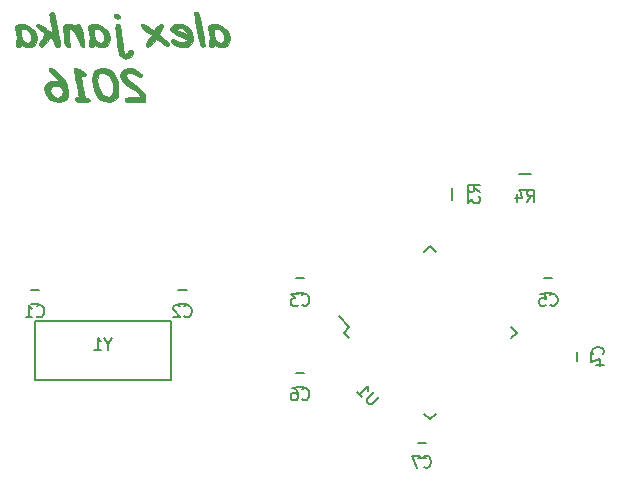
<source format=gbr>
G04 #@! TF.FileFunction,Legend,Bot*
%FSLAX46Y46*%
G04 Gerber Fmt 4.6, Leading zero omitted, Abs format (unit mm)*
G04 Created by KiCad (PCBNEW 4.0.2-stable) date 4/25/2016 1:55:35 PM*
%MOMM*%
G01*
G04 APERTURE LIST*
%ADD10C,0.100000*%
%ADD11C,0.150000*%
%ADD12C,0.010000*%
G04 APERTURE END LIST*
D10*
D11*
X65180509Y-105569491D02*
X65880509Y-105569491D01*
X65880509Y-104369491D02*
X65180509Y-104369491D01*
X77680509Y-105569491D02*
X78380509Y-105569491D01*
X78380509Y-104369491D02*
X77680509Y-104369491D01*
X87650000Y-104600000D02*
X88350000Y-104600000D01*
X88350000Y-103400000D02*
X87650000Y-103400000D01*
X112600000Y-110350000D02*
X112600000Y-109650000D01*
X111400000Y-109650000D02*
X111400000Y-110350000D01*
X108650000Y-104600000D02*
X109350000Y-104600000D01*
X109350000Y-103400000D02*
X108650000Y-103400000D01*
X87650000Y-112600000D02*
X88350000Y-112600000D01*
X88350000Y-111400000D02*
X87650000Y-111400000D01*
X98630509Y-117369491D02*
X97930509Y-117369491D01*
X97930509Y-118569491D02*
X98630509Y-118569491D01*
X100825000Y-95750000D02*
X100825000Y-96750000D01*
X102175000Y-96750000D02*
X102175000Y-95750000D01*
X91681445Y-108000000D02*
X92158742Y-107522703D01*
X99000000Y-115318555D02*
X99477297Y-114841258D01*
X106318555Y-108000000D02*
X105841258Y-108477297D01*
X99000000Y-100681445D02*
X98522703Y-101158742D01*
X91681445Y-108000000D02*
X92158742Y-108477297D01*
X99000000Y-100681445D02*
X99477297Y-101158742D01*
X106318555Y-108000000D02*
X105841258Y-107522703D01*
X99000000Y-115318555D02*
X98522703Y-114841258D01*
X92158742Y-107522703D02*
X91257181Y-106621142D01*
X71280509Y-111969491D02*
X77030509Y-111969491D01*
X77030509Y-111969491D02*
X77030509Y-106969491D01*
X77030509Y-106969491D02*
X65530509Y-106969491D01*
X65530509Y-106969491D02*
X65530509Y-111969491D01*
X65530509Y-111969491D02*
X71280509Y-111969491D01*
D12*
G36*
X73146322Y-85625011D02*
X72905734Y-85795197D01*
X72784801Y-86045159D01*
X72776825Y-86136956D01*
X72857529Y-86475501D01*
X73100575Y-86816543D01*
X73508771Y-87163589D01*
X73701369Y-87293676D01*
X74087245Y-87565582D01*
X74345719Y-87802183D01*
X74463831Y-87991012D01*
X74469983Y-88033092D01*
X74392175Y-88045684D01*
X74185739Y-88055085D01*
X73891375Y-88059638D01*
X73813816Y-88059825D01*
X73482682Y-88063236D01*
X73284393Y-88080245D01*
X73182497Y-88121012D01*
X73140542Y-88195701D01*
X73130454Y-88250325D01*
X73124950Y-88334855D01*
X73156681Y-88389752D01*
X73254772Y-88421407D01*
X73448347Y-88436216D01*
X73766532Y-88440569D01*
X73998287Y-88440825D01*
X74893175Y-88440825D01*
X74892859Y-88165658D01*
X74826462Y-87824435D01*
X74620821Y-87497238D01*
X74265042Y-87169921D01*
X73965417Y-86961449D01*
X73574002Y-86674947D01*
X73346698Y-86421671D01*
X73282002Y-86199544D01*
X73323868Y-86074970D01*
X73460128Y-85997487D01*
X73679037Y-86000094D01*
X73917978Y-86075869D01*
X74046509Y-86154825D01*
X74272276Y-86287714D01*
X74458568Y-86323862D01*
X74572143Y-86269591D01*
X74579757Y-86131225D01*
X74548699Y-86059302D01*
X74382017Y-85884718D01*
X74107239Y-85724956D01*
X73785081Y-85608083D01*
X73476263Y-85562164D01*
X73473180Y-85562158D01*
X73146322Y-85625011D01*
X73146322Y-85625011D01*
G37*
X73146322Y-85625011D02*
X72905734Y-85795197D01*
X72784801Y-86045159D01*
X72776825Y-86136956D01*
X72857529Y-86475501D01*
X73100575Y-86816543D01*
X73508771Y-87163589D01*
X73701369Y-87293676D01*
X74087245Y-87565582D01*
X74345719Y-87802183D01*
X74463831Y-87991012D01*
X74469983Y-88033092D01*
X74392175Y-88045684D01*
X74185739Y-88055085D01*
X73891375Y-88059638D01*
X73813816Y-88059825D01*
X73482682Y-88063236D01*
X73284393Y-88080245D01*
X73182497Y-88121012D01*
X73140542Y-88195701D01*
X73130454Y-88250325D01*
X73124950Y-88334855D01*
X73156681Y-88389752D01*
X73254772Y-88421407D01*
X73448347Y-88436216D01*
X73766532Y-88440569D01*
X73998287Y-88440825D01*
X74893175Y-88440825D01*
X74892859Y-88165658D01*
X74826462Y-87824435D01*
X74620821Y-87497238D01*
X74265042Y-87169921D01*
X73965417Y-86961449D01*
X73574002Y-86674947D01*
X73346698Y-86421671D01*
X73282002Y-86199544D01*
X73323868Y-86074970D01*
X73460128Y-85997487D01*
X73679037Y-86000094D01*
X73917978Y-86075869D01*
X74046509Y-86154825D01*
X74272276Y-86287714D01*
X74458568Y-86323862D01*
X74572143Y-86269591D01*
X74579757Y-86131225D01*
X74548699Y-86059302D01*
X74382017Y-85884718D01*
X74107239Y-85724956D01*
X73785081Y-85608083D01*
X73476263Y-85562164D01*
X73473180Y-85562158D01*
X73146322Y-85625011D01*
G36*
X70841861Y-85628485D02*
X70572694Y-85822702D01*
X70413908Y-86137665D01*
X70369608Y-86566231D01*
X70414354Y-86959899D01*
X70547071Y-87444556D01*
X70742320Y-87861682D01*
X70978826Y-88171264D01*
X71115900Y-88279448D01*
X71453205Y-88412685D01*
X71821366Y-88445126D01*
X72161683Y-88378896D01*
X72399357Y-88233006D01*
X72509239Y-88102800D01*
X72572110Y-87953825D01*
X72600558Y-87735796D01*
X72607175Y-87402963D01*
X72597916Y-87305528D01*
X72183348Y-87305528D01*
X72157319Y-87611282D01*
X72086979Y-87835105D01*
X72050795Y-87884444D01*
X71819542Y-88009604D01*
X71552781Y-87991961D01*
X71294728Y-87838098D01*
X71220956Y-87760862D01*
X71018551Y-87433131D01*
X70884345Y-87041157D01*
X70828950Y-86641178D01*
X70862979Y-86289430D01*
X70916821Y-86149258D01*
X71074746Y-86000707D01*
X71295290Y-85976041D01*
X71544825Y-86059825D01*
X71789722Y-86236624D01*
X71996354Y-86491001D01*
X72093789Y-86689503D01*
X72162894Y-86978163D01*
X72183348Y-87305528D01*
X72597916Y-87305528D01*
X72550321Y-86804726D01*
X72385810Y-86309980D01*
X72122725Y-85930753D01*
X71770147Y-85679072D01*
X71337158Y-85566966D01*
X71217306Y-85562158D01*
X70841861Y-85628485D01*
X70841861Y-85628485D01*
G37*
X70841861Y-85628485D02*
X70572694Y-85822702D01*
X70413908Y-86137665D01*
X70369608Y-86566231D01*
X70414354Y-86959899D01*
X70547071Y-87444556D01*
X70742320Y-87861682D01*
X70978826Y-88171264D01*
X71115900Y-88279448D01*
X71453205Y-88412685D01*
X71821366Y-88445126D01*
X72161683Y-88378896D01*
X72399357Y-88233006D01*
X72509239Y-88102800D01*
X72572110Y-87953825D01*
X72600558Y-87735796D01*
X72607175Y-87402963D01*
X72597916Y-87305528D01*
X72183348Y-87305528D01*
X72157319Y-87611282D01*
X72086979Y-87835105D01*
X72050795Y-87884444D01*
X71819542Y-88009604D01*
X71552781Y-87991961D01*
X71294728Y-87838098D01*
X71220956Y-87760862D01*
X71018551Y-87433131D01*
X70884345Y-87041157D01*
X70828950Y-86641178D01*
X70862979Y-86289430D01*
X70916821Y-86149258D01*
X71074746Y-86000707D01*
X71295290Y-85976041D01*
X71544825Y-86059825D01*
X71789722Y-86236624D01*
X71996354Y-86491001D01*
X72093789Y-86689503D01*
X72162894Y-86978163D01*
X72183348Y-87305528D01*
X72597916Y-87305528D01*
X72550321Y-86804726D01*
X72385810Y-86309980D01*
X72122725Y-85930753D01*
X71770147Y-85679072D01*
X71337158Y-85566966D01*
X71217306Y-85562158D01*
X70841861Y-85628485D01*
G36*
X68854723Y-85581179D02*
X68818716Y-85669646D01*
X68841891Y-85874666D01*
X68842726Y-85879658D01*
X68893717Y-86141688D01*
X68968269Y-86477980D01*
X69022893Y-86705158D01*
X69113570Y-87101158D01*
X69182093Y-87465045D01*
X69224292Y-87765551D01*
X69235996Y-87971408D01*
X69213034Y-88051348D01*
X69202072Y-88048430D01*
X69080210Y-88052632D01*
X68969405Y-88155092D01*
X68931212Y-88292440D01*
X68938267Y-88320015D01*
X69014741Y-88387129D01*
X69198584Y-88425607D01*
X69517035Y-88440299D01*
X69616775Y-88440825D01*
X69940543Y-88436381D01*
X70127739Y-88417713D01*
X70211013Y-88376810D01*
X70223010Y-88305667D01*
X70220826Y-88292658D01*
X70119958Y-88166701D01*
X69970522Y-88118656D01*
X69861967Y-88094948D01*
X69785962Y-88031728D01*
X69726709Y-87895482D01*
X69668410Y-87652692D01*
X69611365Y-87356656D01*
X69543809Y-87002644D01*
X69482348Y-86696593D01*
X69437175Y-86488732D01*
X69426808Y-86447407D01*
X69420223Y-86321791D01*
X69525045Y-86279625D01*
X69609090Y-86278074D01*
X69789748Y-86248665D01*
X69873047Y-86183249D01*
X69828659Y-86081433D01*
X69677224Y-85938034D01*
X69464489Y-85784466D01*
X69236200Y-85652142D01*
X69038101Y-85572476D01*
X68968584Y-85562158D01*
X68854723Y-85581179D01*
X68854723Y-85581179D01*
G37*
X68854723Y-85581179D02*
X68818716Y-85669646D01*
X68841891Y-85874666D01*
X68842726Y-85879658D01*
X68893717Y-86141688D01*
X68968269Y-86477980D01*
X69022893Y-86705158D01*
X69113570Y-87101158D01*
X69182093Y-87465045D01*
X69224292Y-87765551D01*
X69235996Y-87971408D01*
X69213034Y-88051348D01*
X69202072Y-88048430D01*
X69080210Y-88052632D01*
X68969405Y-88155092D01*
X68931212Y-88292440D01*
X68938267Y-88320015D01*
X69014741Y-88387129D01*
X69198584Y-88425607D01*
X69517035Y-88440299D01*
X69616775Y-88440825D01*
X69940543Y-88436381D01*
X70127739Y-88417713D01*
X70211013Y-88376810D01*
X70223010Y-88305667D01*
X70220826Y-88292658D01*
X70119958Y-88166701D01*
X69970522Y-88118656D01*
X69861967Y-88094948D01*
X69785962Y-88031728D01*
X69726709Y-87895482D01*
X69668410Y-87652692D01*
X69611365Y-87356656D01*
X69543809Y-87002644D01*
X69482348Y-86696593D01*
X69437175Y-86488732D01*
X69426808Y-86447407D01*
X69420223Y-86321791D01*
X69525045Y-86279625D01*
X69609090Y-86278074D01*
X69789748Y-86248665D01*
X69873047Y-86183249D01*
X69828659Y-86081433D01*
X69677224Y-85938034D01*
X69464489Y-85784466D01*
X69236200Y-85652142D01*
X69038101Y-85572476D01*
X68968584Y-85562158D01*
X68854723Y-85581179D01*
G36*
X66703860Y-85609317D02*
X66690452Y-85733769D01*
X66794014Y-85909971D01*
X67005763Y-86112385D01*
X67041701Y-86139983D01*
X67266339Y-86322634D01*
X67439996Y-86489336D01*
X67495018Y-86557886D01*
X67533648Y-86644683D01*
X67483975Y-86682886D01*
X67313713Y-86684618D01*
X67180209Y-86676093D01*
X66906802Y-86672831D01*
X66724638Y-86727029D01*
X66559313Y-86860992D01*
X66557559Y-86862744D01*
X66403672Y-87081063D01*
X66341842Y-87302347D01*
X66410798Y-87649453D01*
X66590126Y-87990109D01*
X66838519Y-88249929D01*
X66885399Y-88281170D01*
X67201033Y-88403394D01*
X67562383Y-88440211D01*
X67902711Y-88391748D01*
X68131629Y-88278807D01*
X68248047Y-88158057D01*
X68307409Y-88002501D01*
X68326279Y-87756291D01*
X68326228Y-87622641D01*
X68325786Y-87619191D01*
X67884312Y-87619191D01*
X67835092Y-87856842D01*
X67735903Y-87987777D01*
X67483633Y-88093865D01*
X67234630Y-88034110D01*
X67057660Y-87894340D01*
X66913749Y-87682171D01*
X66851752Y-87448262D01*
X66877002Y-87247235D01*
X66983767Y-87137550D01*
X67258998Y-87088046D01*
X67547258Y-87117218D01*
X67727795Y-87194610D01*
X67848285Y-87372917D01*
X67884312Y-87619191D01*
X68325786Y-87619191D01*
X68256961Y-87082256D01*
X68140625Y-86781629D01*
X67985065Y-86546521D01*
X67758598Y-86280310D01*
X67496216Y-86015883D01*
X67232913Y-85786125D01*
X67003681Y-85623922D01*
X66843514Y-85562159D01*
X66843019Y-85562158D01*
X66703860Y-85609317D01*
X66703860Y-85609317D01*
G37*
X66703860Y-85609317D02*
X66690452Y-85733769D01*
X66794014Y-85909971D01*
X67005763Y-86112385D01*
X67041701Y-86139983D01*
X67266339Y-86322634D01*
X67439996Y-86489336D01*
X67495018Y-86557886D01*
X67533648Y-86644683D01*
X67483975Y-86682886D01*
X67313713Y-86684618D01*
X67180209Y-86676093D01*
X66906802Y-86672831D01*
X66724638Y-86727029D01*
X66559313Y-86860992D01*
X66557559Y-86862744D01*
X66403672Y-87081063D01*
X66341842Y-87302347D01*
X66410798Y-87649453D01*
X66590126Y-87990109D01*
X66838519Y-88249929D01*
X66885399Y-88281170D01*
X67201033Y-88403394D01*
X67562383Y-88440211D01*
X67902711Y-88391748D01*
X68131629Y-88278807D01*
X68248047Y-88158057D01*
X68307409Y-88002501D01*
X68326279Y-87756291D01*
X68326228Y-87622641D01*
X68325786Y-87619191D01*
X67884312Y-87619191D01*
X67835092Y-87856842D01*
X67735903Y-87987777D01*
X67483633Y-88093865D01*
X67234630Y-88034110D01*
X67057660Y-87894340D01*
X66913749Y-87682171D01*
X66851752Y-87448262D01*
X66877002Y-87247235D01*
X66983767Y-87137550D01*
X67258998Y-87088046D01*
X67547258Y-87117218D01*
X67727795Y-87194610D01*
X67848285Y-87372917D01*
X67884312Y-87619191D01*
X68325786Y-87619191D01*
X68256961Y-87082256D01*
X68140625Y-86781629D01*
X67985065Y-86546521D01*
X67758598Y-86280310D01*
X67496216Y-86015883D01*
X67232913Y-85786125D01*
X67003681Y-85623922D01*
X66843514Y-85562159D01*
X66843019Y-85562158D01*
X66703860Y-85609317D01*
G36*
X72407289Y-81868706D02*
X72361593Y-81993739D01*
X72355929Y-82154325D01*
X72370441Y-82451371D01*
X72405770Y-82828753D01*
X72455930Y-83244407D01*
X72514933Y-83656270D01*
X72576790Y-84022278D01*
X72635514Y-84300368D01*
X72681648Y-84442443D01*
X72886074Y-84673998D01*
X73157136Y-84787028D01*
X73443953Y-84773161D01*
X73695644Y-84624026D01*
X73707872Y-84611287D01*
X73837245Y-84399908D01*
X73844579Y-84207559D01*
X73734393Y-84078983D01*
X73651614Y-84054389D01*
X73479474Y-84092354D01*
X73413075Y-84202555D01*
X73311231Y-84343807D01*
X73171668Y-84371877D01*
X73077193Y-84299197D01*
X73050840Y-84189831D01*
X73013023Y-83946211D01*
X72968486Y-83602638D01*
X72921974Y-83193413D01*
X72914759Y-83125028D01*
X72867451Y-82706460D01*
X72819949Y-82346111D01*
X72777357Y-82079023D01*
X72744778Y-81940234D01*
X72741076Y-81932656D01*
X72615204Y-81851951D01*
X72517512Y-81836825D01*
X72407289Y-81868706D01*
X72407289Y-81868706D01*
G37*
X72407289Y-81868706D02*
X72361593Y-81993739D01*
X72355929Y-82154325D01*
X72370441Y-82451371D01*
X72405770Y-82828753D01*
X72455930Y-83244407D01*
X72514933Y-83656270D01*
X72576790Y-84022278D01*
X72635514Y-84300368D01*
X72681648Y-84442443D01*
X72886074Y-84673998D01*
X73157136Y-84787028D01*
X73443953Y-84773161D01*
X73695644Y-84624026D01*
X73707872Y-84611287D01*
X73837245Y-84399908D01*
X73844579Y-84207559D01*
X73734393Y-84078983D01*
X73651614Y-84054389D01*
X73479474Y-84092354D01*
X73413075Y-84202555D01*
X73311231Y-84343807D01*
X73171668Y-84371877D01*
X73077193Y-84299197D01*
X73050840Y-84189831D01*
X73013023Y-83946211D01*
X72968486Y-83602638D01*
X72921974Y-83193413D01*
X72914759Y-83125028D01*
X72867451Y-82706460D01*
X72819949Y-82346111D01*
X72777357Y-82079023D01*
X72744778Y-81940234D01*
X72741076Y-81932656D01*
X72615204Y-81851951D01*
X72517512Y-81836825D01*
X72407289Y-81868706D01*
G36*
X80525260Y-81840681D02*
X80282086Y-81944158D01*
X80205495Y-82016249D01*
X80176877Y-82114886D01*
X80194598Y-82285438D01*
X80257025Y-82573278D01*
X80259112Y-82582232D01*
X80332652Y-83027048D01*
X80314791Y-83348137D01*
X80307503Y-83375953D01*
X80267761Y-83579351D01*
X80275525Y-83709019D01*
X80276959Y-83711545D01*
X80398444Y-83775949D01*
X80571164Y-83770601D01*
X80692984Y-83699262D01*
X80805431Y-83660424D01*
X80904081Y-83699262D01*
X81178887Y-83779647D01*
X81489315Y-83776158D01*
X81762927Y-83695680D01*
X81886220Y-83605900D01*
X82007291Y-83362247D01*
X82040871Y-83040943D01*
X82037624Y-83020393D01*
X81571871Y-83020393D01*
X81537549Y-83236941D01*
X81428691Y-83390915D01*
X81262273Y-83453275D01*
X81055269Y-83394981D01*
X80904509Y-83276158D01*
X80766628Y-83032346D01*
X80722475Y-82768158D01*
X80712272Y-82524541D01*
X80702980Y-82347300D01*
X80701309Y-82323658D01*
X80751699Y-82238214D01*
X80894611Y-82239342D01*
X81085709Y-82313893D01*
X81280658Y-82448720D01*
X81349009Y-82515733D01*
X81514683Y-82770310D01*
X81571871Y-83020393D01*
X82037624Y-83020393D01*
X81988339Y-82708476D01*
X81862158Y-82445840D01*
X81574066Y-82153085D01*
X81227828Y-81945943D01*
X80864529Y-81837460D01*
X80525260Y-81840681D01*
X80525260Y-81840681D01*
G37*
X80525260Y-81840681D02*
X80282086Y-81944158D01*
X80205495Y-82016249D01*
X80176877Y-82114886D01*
X80194598Y-82285438D01*
X80257025Y-82573278D01*
X80259112Y-82582232D01*
X80332652Y-83027048D01*
X80314791Y-83348137D01*
X80307503Y-83375953D01*
X80267761Y-83579351D01*
X80275525Y-83709019D01*
X80276959Y-83711545D01*
X80398444Y-83775949D01*
X80571164Y-83770601D01*
X80692984Y-83699262D01*
X80805431Y-83660424D01*
X80904081Y-83699262D01*
X81178887Y-83779647D01*
X81489315Y-83776158D01*
X81762927Y-83695680D01*
X81886220Y-83605900D01*
X82007291Y-83362247D01*
X82040871Y-83040943D01*
X82037624Y-83020393D01*
X81571871Y-83020393D01*
X81537549Y-83236941D01*
X81428691Y-83390915D01*
X81262273Y-83453275D01*
X81055269Y-83394981D01*
X80904509Y-83276158D01*
X80766628Y-83032346D01*
X80722475Y-82768158D01*
X80712272Y-82524541D01*
X80702980Y-82347300D01*
X80701309Y-82323658D01*
X80751699Y-82238214D01*
X80894611Y-82239342D01*
X81085709Y-82313893D01*
X81280658Y-82448720D01*
X81349009Y-82515733D01*
X81514683Y-82770310D01*
X81571871Y-83020393D01*
X82037624Y-83020393D01*
X81988339Y-82708476D01*
X81862158Y-82445840D01*
X81574066Y-82153085D01*
X81227828Y-81945943D01*
X80864529Y-81837460D01*
X80525260Y-81840681D01*
G36*
X79097925Y-80843608D02*
X79039181Y-80876384D01*
X79031510Y-80979341D01*
X79054125Y-81219215D01*
X79103079Y-81567086D01*
X79174428Y-81994032D01*
X79239506Y-82344825D01*
X79340764Y-82860411D01*
X79419804Y-83232850D01*
X79484099Y-83485703D01*
X79541123Y-83642531D01*
X79598349Y-83726898D01*
X79663251Y-83762365D01*
X79690852Y-83767833D01*
X79852826Y-83761097D01*
X79913170Y-83725500D01*
X79911411Y-83623510D01*
X79880828Y-83384390D01*
X79825908Y-83037034D01*
X79751139Y-82610336D01*
X79685731Y-82260818D01*
X79582086Y-81734857D01*
X79499366Y-81353732D01*
X79430975Y-81095196D01*
X79370322Y-80937000D01*
X79310813Y-80856898D01*
X79263088Y-80834711D01*
X79097925Y-80843608D01*
X79097925Y-80843608D01*
G37*
X79097925Y-80843608D02*
X79039181Y-80876384D01*
X79031510Y-80979341D01*
X79054125Y-81219215D01*
X79103079Y-81567086D01*
X79174428Y-81994032D01*
X79239506Y-82344825D01*
X79340764Y-82860411D01*
X79419804Y-83232850D01*
X79484099Y-83485703D01*
X79541123Y-83642531D01*
X79598349Y-83726898D01*
X79663251Y-83762365D01*
X79690852Y-83767833D01*
X79852826Y-83761097D01*
X79913170Y-83725500D01*
X79911411Y-83623510D01*
X79880828Y-83384390D01*
X79825908Y-83037034D01*
X79751139Y-82610336D01*
X79685731Y-82260818D01*
X79582086Y-81734857D01*
X79499366Y-81353732D01*
X79430975Y-81095196D01*
X79370322Y-80937000D01*
X79310813Y-80856898D01*
X79263088Y-80834711D01*
X79097925Y-80843608D01*
G36*
X77439347Y-81866038D02*
X77226928Y-81963785D01*
X77179175Y-82006158D01*
X77055439Y-82150900D01*
X77009842Y-82241319D01*
X77090772Y-82429635D01*
X77322699Y-82631349D01*
X77689328Y-82833638D01*
X77853000Y-82904892D01*
X78133025Y-83030650D01*
X78334833Y-83142300D01*
X78421971Y-83219124D01*
X78422415Y-83228533D01*
X78330668Y-83310702D01*
X78168109Y-83383958D01*
X77970103Y-83411844D01*
X77737093Y-83354031D01*
X77553246Y-83272804D01*
X77279906Y-83161603D01*
X77117718Y-83150544D01*
X77076946Y-83175187D01*
X77019819Y-83319363D01*
X77102909Y-83467884D01*
X77298385Y-83604279D01*
X77578414Y-83712079D01*
X77915164Y-83774813D01*
X78105986Y-83784158D01*
X78404632Y-83765071D01*
X78606069Y-83692883D01*
X78749357Y-83576340D01*
X78914434Y-83323034D01*
X78942111Y-83016523D01*
X78848251Y-82686697D01*
X78449175Y-82686697D01*
X78380557Y-82700276D01*
X78202433Y-82651846D01*
X77956401Y-82555830D01*
X77684059Y-82426650D01*
X77654570Y-82411189D01*
X77550539Y-82332860D01*
X77596347Y-82262805D01*
X77612237Y-82252354D01*
X77774811Y-82184572D01*
X77828846Y-82176788D01*
X77953874Y-82227550D01*
X78132421Y-82351520D01*
X78309018Y-82503104D01*
X78428194Y-82636704D01*
X78449175Y-82686697D01*
X78848251Y-82686697D01*
X78833413Y-82634556D01*
X78796619Y-82549836D01*
X78560954Y-82168039D01*
X78260088Y-81936063D01*
X77874987Y-81840811D01*
X77760424Y-81836825D01*
X77439347Y-81866038D01*
X77439347Y-81866038D01*
G37*
X77439347Y-81866038D02*
X77226928Y-81963785D01*
X77179175Y-82006158D01*
X77055439Y-82150900D01*
X77009842Y-82241319D01*
X77090772Y-82429635D01*
X77322699Y-82631349D01*
X77689328Y-82833638D01*
X77853000Y-82904892D01*
X78133025Y-83030650D01*
X78334833Y-83142300D01*
X78421971Y-83219124D01*
X78422415Y-83228533D01*
X78330668Y-83310702D01*
X78168109Y-83383958D01*
X77970103Y-83411844D01*
X77737093Y-83354031D01*
X77553246Y-83272804D01*
X77279906Y-83161603D01*
X77117718Y-83150544D01*
X77076946Y-83175187D01*
X77019819Y-83319363D01*
X77102909Y-83467884D01*
X77298385Y-83604279D01*
X77578414Y-83712079D01*
X77915164Y-83774813D01*
X78105986Y-83784158D01*
X78404632Y-83765071D01*
X78606069Y-83692883D01*
X78749357Y-83576340D01*
X78914434Y-83323034D01*
X78942111Y-83016523D01*
X78848251Y-82686697D01*
X78449175Y-82686697D01*
X78380557Y-82700276D01*
X78202433Y-82651846D01*
X77956401Y-82555830D01*
X77684059Y-82426650D01*
X77654570Y-82411189D01*
X77550539Y-82332860D01*
X77596347Y-82262805D01*
X77612237Y-82252354D01*
X77774811Y-82184572D01*
X77828846Y-82176788D01*
X77953874Y-82227550D01*
X78132421Y-82351520D01*
X78309018Y-82503104D01*
X78428194Y-82636704D01*
X78449175Y-82686697D01*
X78848251Y-82686697D01*
X78833413Y-82634556D01*
X78796619Y-82549836D01*
X78560954Y-82168039D01*
X78260088Y-81936063D01*
X77874987Y-81840811D01*
X77760424Y-81836825D01*
X77439347Y-81866038D01*
G36*
X74532944Y-81896629D02*
X74503658Y-81935273D01*
X74525336Y-82056213D01*
X74685529Y-82246109D01*
X74973612Y-82493723D01*
X75172973Y-82643400D01*
X75410188Y-82814976D01*
X75145576Y-83180262D01*
X75004498Y-83406956D01*
X74929073Y-83592973D01*
X74926746Y-83664853D01*
X75036868Y-83777564D01*
X75206897Y-83757289D01*
X75406609Y-83614394D01*
X75543281Y-83453399D01*
X75781034Y-83122640D01*
X76182689Y-83417482D01*
X76497396Y-83611876D01*
X76731476Y-83677446D01*
X76874876Y-83612218D01*
X76901629Y-83558582D01*
X76856232Y-83459500D01*
X76704407Y-83311075D01*
X76565109Y-83205894D01*
X76275455Y-82998408D01*
X76113545Y-82845746D01*
X76063964Y-82712292D01*
X76111297Y-82562432D01*
X76215076Y-82397225D01*
X76336158Y-82180064D01*
X76388806Y-82004340D01*
X76384390Y-81958176D01*
X76274353Y-81844095D01*
X76109899Y-81860431D01*
X75928613Y-81995437D01*
X75824509Y-82133158D01*
X75699824Y-82317896D01*
X75609545Y-82421435D01*
X75593490Y-82429491D01*
X75506839Y-82380105D01*
X75334184Y-82252875D01*
X75183980Y-82133158D01*
X74887378Y-81920782D01*
X74674770Y-81843220D01*
X74532944Y-81896629D01*
X74532944Y-81896629D01*
G37*
X74532944Y-81896629D02*
X74503658Y-81935273D01*
X74525336Y-82056213D01*
X74685529Y-82246109D01*
X74973612Y-82493723D01*
X75172973Y-82643400D01*
X75410188Y-82814976D01*
X75145576Y-83180262D01*
X75004498Y-83406956D01*
X74929073Y-83592973D01*
X74926746Y-83664853D01*
X75036868Y-83777564D01*
X75206897Y-83757289D01*
X75406609Y-83614394D01*
X75543281Y-83453399D01*
X75781034Y-83122640D01*
X76182689Y-83417482D01*
X76497396Y-83611876D01*
X76731476Y-83677446D01*
X76874876Y-83612218D01*
X76901629Y-83558582D01*
X76856232Y-83459500D01*
X76704407Y-83311075D01*
X76565109Y-83205894D01*
X76275455Y-82998408D01*
X76113545Y-82845746D01*
X76063964Y-82712292D01*
X76111297Y-82562432D01*
X76215076Y-82397225D01*
X76336158Y-82180064D01*
X76388806Y-82004340D01*
X76384390Y-81958176D01*
X76274353Y-81844095D01*
X76109899Y-81860431D01*
X75928613Y-81995437D01*
X75824509Y-82133158D01*
X75699824Y-82317896D01*
X75609545Y-82421435D01*
X75593490Y-82429491D01*
X75506839Y-82380105D01*
X75334184Y-82252875D01*
X75183980Y-82133158D01*
X74887378Y-81920782D01*
X74674770Y-81843220D01*
X74532944Y-81896629D01*
G36*
X70365260Y-81840681D02*
X70122086Y-81944158D01*
X70045495Y-82016249D01*
X70016877Y-82114886D01*
X70034598Y-82285438D01*
X70097025Y-82573278D01*
X70099112Y-82582232D01*
X70172652Y-83027048D01*
X70154791Y-83348137D01*
X70147503Y-83375953D01*
X70107761Y-83579351D01*
X70115525Y-83709019D01*
X70116959Y-83711545D01*
X70238444Y-83775949D01*
X70411164Y-83770601D01*
X70532984Y-83699262D01*
X70645431Y-83660424D01*
X70744081Y-83699262D01*
X71018887Y-83779647D01*
X71329315Y-83776158D01*
X71602927Y-83695680D01*
X71726220Y-83605900D01*
X71847291Y-83362247D01*
X71880871Y-83040943D01*
X71877624Y-83020393D01*
X71411871Y-83020393D01*
X71377549Y-83236941D01*
X71268691Y-83390915D01*
X71102273Y-83453275D01*
X70895269Y-83394981D01*
X70744509Y-83276158D01*
X70606628Y-83032346D01*
X70562475Y-82768158D01*
X70552272Y-82524541D01*
X70542980Y-82347300D01*
X70541309Y-82323658D01*
X70591699Y-82238214D01*
X70734611Y-82239342D01*
X70925709Y-82313893D01*
X71120658Y-82448720D01*
X71189009Y-82515733D01*
X71354683Y-82770310D01*
X71411871Y-83020393D01*
X71877624Y-83020393D01*
X71828339Y-82708476D01*
X71702158Y-82445840D01*
X71414066Y-82153085D01*
X71067828Y-81945943D01*
X70704529Y-81837460D01*
X70365260Y-81840681D01*
X70365260Y-81840681D01*
G37*
X70365260Y-81840681D02*
X70122086Y-81944158D01*
X70045495Y-82016249D01*
X70016877Y-82114886D01*
X70034598Y-82285438D01*
X70097025Y-82573278D01*
X70099112Y-82582232D01*
X70172652Y-83027048D01*
X70154791Y-83348137D01*
X70147503Y-83375953D01*
X70107761Y-83579351D01*
X70115525Y-83709019D01*
X70116959Y-83711545D01*
X70238444Y-83775949D01*
X70411164Y-83770601D01*
X70532984Y-83699262D01*
X70645431Y-83660424D01*
X70744081Y-83699262D01*
X71018887Y-83779647D01*
X71329315Y-83776158D01*
X71602927Y-83695680D01*
X71726220Y-83605900D01*
X71847291Y-83362247D01*
X71880871Y-83040943D01*
X71877624Y-83020393D01*
X71411871Y-83020393D01*
X71377549Y-83236941D01*
X71268691Y-83390915D01*
X71102273Y-83453275D01*
X70895269Y-83394981D01*
X70744509Y-83276158D01*
X70606628Y-83032346D01*
X70562475Y-82768158D01*
X70552272Y-82524541D01*
X70542980Y-82347300D01*
X70541309Y-82323658D01*
X70591699Y-82238214D01*
X70734611Y-82239342D01*
X70925709Y-82313893D01*
X71120658Y-82448720D01*
X71189009Y-82515733D01*
X71354683Y-82770310D01*
X71411871Y-83020393D01*
X71877624Y-83020393D01*
X71828339Y-82708476D01*
X71702158Y-82445840D01*
X71414066Y-82153085D01*
X71067828Y-81945943D01*
X70704529Y-81837460D01*
X70365260Y-81840681D01*
G36*
X68319595Y-81852528D02*
X68134904Y-81885248D01*
X68014495Y-81964557D01*
X67950913Y-82116918D01*
X67936700Y-82368795D01*
X67964402Y-82746653D01*
X67993762Y-83009011D01*
X68039270Y-83362994D01*
X68081693Y-83582515D01*
X68133982Y-83701684D01*
X68209083Y-83754611D01*
X68282862Y-83770612D01*
X68484947Y-83799400D01*
X68430318Y-83029779D01*
X68409449Y-82622931D01*
X68423132Y-82372545D01*
X68481719Y-82267490D01*
X68595562Y-82296632D01*
X68775011Y-82448839D01*
X68875999Y-82550463D01*
X69136139Y-82925983D01*
X69258452Y-83291296D01*
X69332039Y-83562556D01*
X69413587Y-83706855D01*
X69528878Y-83765628D01*
X69556643Y-83770534D01*
X69668943Y-83777410D01*
X69720513Y-83729300D01*
X69724296Y-83587324D01*
X69697544Y-83347201D01*
X69608128Y-82740323D01*
X69509106Y-82295158D01*
X69396815Y-82004188D01*
X69267595Y-81859899D01*
X69117785Y-81854774D01*
X69004775Y-81924867D01*
X68867172Y-81983333D01*
X68760751Y-81926395D01*
X68600427Y-81866678D01*
X68362882Y-81849892D01*
X68319595Y-81852528D01*
X68319595Y-81852528D01*
G37*
X68319595Y-81852528D02*
X68134904Y-81885248D01*
X68014495Y-81964557D01*
X67950913Y-82116918D01*
X67936700Y-82368795D01*
X67964402Y-82746653D01*
X67993762Y-83009011D01*
X68039270Y-83362994D01*
X68081693Y-83582515D01*
X68133982Y-83701684D01*
X68209083Y-83754611D01*
X68282862Y-83770612D01*
X68484947Y-83799400D01*
X68430318Y-83029779D01*
X68409449Y-82622931D01*
X68423132Y-82372545D01*
X68481719Y-82267490D01*
X68595562Y-82296632D01*
X68775011Y-82448839D01*
X68875999Y-82550463D01*
X69136139Y-82925983D01*
X69258452Y-83291296D01*
X69332039Y-83562556D01*
X69413587Y-83706855D01*
X69528878Y-83765628D01*
X69556643Y-83770534D01*
X69668943Y-83777410D01*
X69720513Y-83729300D01*
X69724296Y-83587324D01*
X69697544Y-83347201D01*
X69608128Y-82740323D01*
X69509106Y-82295158D01*
X69396815Y-82004188D01*
X69267595Y-81859899D01*
X69117785Y-81854774D01*
X69004775Y-81924867D01*
X68867172Y-81983333D01*
X68760751Y-81926395D01*
X68600427Y-81866678D01*
X68362882Y-81849892D01*
X68319595Y-81852528D01*
G36*
X66859542Y-80835771D02*
X66792298Y-80898034D01*
X66769289Y-81033745D01*
X66788531Y-81269041D01*
X66848039Y-81630053D01*
X66893260Y-81871032D01*
X66949747Y-82184963D01*
X66986542Y-82427027D01*
X66997605Y-82556033D01*
X66995204Y-82566352D01*
X66921342Y-82531045D01*
X66750727Y-82413713D01*
X66518406Y-82238641D01*
X66487711Y-82214644D01*
X66163539Y-81987543D01*
X65907062Y-81862842D01*
X65735300Y-81845810D01*
X65665271Y-81941714D01*
X65664509Y-81959835D01*
X65726233Y-82080025D01*
X65883838Y-82251172D01*
X66003175Y-82355005D01*
X66196272Y-82523656D01*
X66318904Y-82656660D01*
X66341842Y-82702153D01*
X66297787Y-82812648D01*
X66186905Y-83002399D01*
X66130175Y-83088637D01*
X65968622Y-83382340D01*
X65919317Y-83609322D01*
X65982907Y-83748470D01*
X66109009Y-83782478D01*
X66264767Y-83726087D01*
X66431056Y-83544377D01*
X66545370Y-83366563D01*
X66692060Y-83134413D01*
X66794373Y-83026973D01*
X66885411Y-83018388D01*
X66949705Y-83050743D01*
X67075372Y-83194535D01*
X67180532Y-83421719D01*
X67193941Y-83466658D01*
X67273519Y-83681202D01*
X67382179Y-83771289D01*
X67488106Y-83784158D01*
X67645656Y-83754988D01*
X67696509Y-83700144D01*
X67681278Y-83589360D01*
X67639642Y-83346524D01*
X67577687Y-83005773D01*
X67501496Y-82601244D01*
X67488986Y-82535978D01*
X67405446Y-82096864D01*
X67329367Y-81689191D01*
X67268903Y-81357155D01*
X67232207Y-81144949D01*
X67231150Y-81138324D01*
X67179456Y-80925978D01*
X67090626Y-80836087D01*
X66973006Y-80820824D01*
X66859542Y-80835771D01*
X66859542Y-80835771D01*
G37*
X66859542Y-80835771D02*
X66792298Y-80898034D01*
X66769289Y-81033745D01*
X66788531Y-81269041D01*
X66848039Y-81630053D01*
X66893260Y-81871032D01*
X66949747Y-82184963D01*
X66986542Y-82427027D01*
X66997605Y-82556033D01*
X66995204Y-82566352D01*
X66921342Y-82531045D01*
X66750727Y-82413713D01*
X66518406Y-82238641D01*
X66487711Y-82214644D01*
X66163539Y-81987543D01*
X65907062Y-81862842D01*
X65735300Y-81845810D01*
X65665271Y-81941714D01*
X65664509Y-81959835D01*
X65726233Y-82080025D01*
X65883838Y-82251172D01*
X66003175Y-82355005D01*
X66196272Y-82523656D01*
X66318904Y-82656660D01*
X66341842Y-82702153D01*
X66297787Y-82812648D01*
X66186905Y-83002399D01*
X66130175Y-83088637D01*
X65968622Y-83382340D01*
X65919317Y-83609322D01*
X65982907Y-83748470D01*
X66109009Y-83782478D01*
X66264767Y-83726087D01*
X66431056Y-83544377D01*
X66545370Y-83366563D01*
X66692060Y-83134413D01*
X66794373Y-83026973D01*
X66885411Y-83018388D01*
X66949705Y-83050743D01*
X67075372Y-83194535D01*
X67180532Y-83421719D01*
X67193941Y-83466658D01*
X67273519Y-83681202D01*
X67382179Y-83771289D01*
X67488106Y-83784158D01*
X67645656Y-83754988D01*
X67696509Y-83700144D01*
X67681278Y-83589360D01*
X67639642Y-83346524D01*
X67577687Y-83005773D01*
X67501496Y-82601244D01*
X67488986Y-82535978D01*
X67405446Y-82096864D01*
X67329367Y-81689191D01*
X67268903Y-81357155D01*
X67232207Y-81144949D01*
X67231150Y-81138324D01*
X67179456Y-80925978D01*
X67090626Y-80836087D01*
X66973006Y-80820824D01*
X66859542Y-80835771D01*
G36*
X64184593Y-81840681D02*
X63941419Y-81944158D01*
X63864829Y-82016249D01*
X63836211Y-82114886D01*
X63853932Y-82285438D01*
X63916358Y-82573278D01*
X63918445Y-82582232D01*
X63991985Y-83027048D01*
X63974125Y-83348137D01*
X63966837Y-83375953D01*
X63927095Y-83579351D01*
X63934858Y-83709019D01*
X63936292Y-83711545D01*
X64057777Y-83775949D01*
X64230497Y-83770601D01*
X64352317Y-83699262D01*
X64464764Y-83660424D01*
X64563414Y-83699262D01*
X64838221Y-83779647D01*
X65148649Y-83776158D01*
X65422260Y-83695680D01*
X65545553Y-83605900D01*
X65666624Y-83362247D01*
X65700204Y-83040943D01*
X65696958Y-83020393D01*
X65231205Y-83020393D01*
X65196883Y-83236941D01*
X65088025Y-83390915D01*
X64921606Y-83453275D01*
X64714602Y-83394981D01*
X64563842Y-83276158D01*
X64425961Y-83032346D01*
X64381809Y-82768158D01*
X64371605Y-82524541D01*
X64362313Y-82347300D01*
X64360642Y-82323658D01*
X64411033Y-82238214D01*
X64553945Y-82239342D01*
X64745043Y-82313893D01*
X64939991Y-82448720D01*
X65008342Y-82515733D01*
X65174016Y-82770310D01*
X65231205Y-83020393D01*
X65696958Y-83020393D01*
X65647673Y-82708476D01*
X65521491Y-82445840D01*
X65233400Y-82153085D01*
X64887161Y-81945943D01*
X64523863Y-81837460D01*
X64184593Y-81840681D01*
X64184593Y-81840681D01*
G37*
X64184593Y-81840681D02*
X63941419Y-81944158D01*
X63864829Y-82016249D01*
X63836211Y-82114886D01*
X63853932Y-82285438D01*
X63916358Y-82573278D01*
X63918445Y-82582232D01*
X63991985Y-83027048D01*
X63974125Y-83348137D01*
X63966837Y-83375953D01*
X63927095Y-83579351D01*
X63934858Y-83709019D01*
X63936292Y-83711545D01*
X64057777Y-83775949D01*
X64230497Y-83770601D01*
X64352317Y-83699262D01*
X64464764Y-83660424D01*
X64563414Y-83699262D01*
X64838221Y-83779647D01*
X65148649Y-83776158D01*
X65422260Y-83695680D01*
X65545553Y-83605900D01*
X65666624Y-83362247D01*
X65700204Y-83040943D01*
X65696958Y-83020393D01*
X65231205Y-83020393D01*
X65196883Y-83236941D01*
X65088025Y-83390915D01*
X64921606Y-83453275D01*
X64714602Y-83394981D01*
X64563842Y-83276158D01*
X64425961Y-83032346D01*
X64381809Y-82768158D01*
X64371605Y-82524541D01*
X64362313Y-82347300D01*
X64360642Y-82323658D01*
X64411033Y-82238214D01*
X64553945Y-82239342D01*
X64745043Y-82313893D01*
X64939991Y-82448720D01*
X65008342Y-82515733D01*
X65174016Y-82770310D01*
X65231205Y-83020393D01*
X65696958Y-83020393D01*
X65647673Y-82708476D01*
X65521491Y-82445840D01*
X65233400Y-82153085D01*
X64887161Y-81945943D01*
X64523863Y-81837460D01*
X64184593Y-81840681D01*
G36*
X72255468Y-81045915D02*
X72213334Y-81200014D01*
X72234959Y-81278851D01*
X72350158Y-81380041D01*
X72534113Y-81411622D01*
X72697768Y-81365378D01*
X72736468Y-81325116D01*
X72736428Y-81191850D01*
X72627749Y-81061739D01*
X72462288Y-80991920D01*
X72432472Y-80990158D01*
X72255468Y-81045915D01*
X72255468Y-81045915D01*
G37*
X72255468Y-81045915D02*
X72213334Y-81200014D01*
X72234959Y-81278851D01*
X72350158Y-81380041D01*
X72534113Y-81411622D01*
X72697768Y-81365378D01*
X72736468Y-81325116D01*
X72736428Y-81191850D01*
X72627749Y-81061739D01*
X72462288Y-80991920D01*
X72432472Y-80990158D01*
X72255468Y-81045915D01*
D11*
X107530509Y-94544491D02*
X106530509Y-94544491D01*
X106530509Y-95894491D02*
X107530509Y-95894491D01*
X65697175Y-106576634D02*
X65744794Y-106624253D01*
X65887651Y-106671872D01*
X65982889Y-106671872D01*
X66125747Y-106624253D01*
X66220985Y-106529015D01*
X66268604Y-106433777D01*
X66316223Y-106243301D01*
X66316223Y-106100443D01*
X66268604Y-105909967D01*
X66220985Y-105814729D01*
X66125747Y-105719491D01*
X65982889Y-105671872D01*
X65887651Y-105671872D01*
X65744794Y-105719491D01*
X65697175Y-105767110D01*
X64744794Y-106671872D02*
X65316223Y-106671872D01*
X65030509Y-106671872D02*
X65030509Y-105671872D01*
X65125747Y-105814729D01*
X65220985Y-105909967D01*
X65316223Y-105957586D01*
X78197175Y-106576634D02*
X78244794Y-106624253D01*
X78387651Y-106671872D01*
X78482889Y-106671872D01*
X78625747Y-106624253D01*
X78720985Y-106529015D01*
X78768604Y-106433777D01*
X78816223Y-106243301D01*
X78816223Y-106100443D01*
X78768604Y-105909967D01*
X78720985Y-105814729D01*
X78625747Y-105719491D01*
X78482889Y-105671872D01*
X78387651Y-105671872D01*
X78244794Y-105719491D01*
X78197175Y-105767110D01*
X77816223Y-105767110D02*
X77768604Y-105719491D01*
X77673366Y-105671872D01*
X77435270Y-105671872D01*
X77340032Y-105719491D01*
X77292413Y-105767110D01*
X77244794Y-105862348D01*
X77244794Y-105957586D01*
X77292413Y-106100443D01*
X77863842Y-106671872D01*
X77244794Y-106671872D01*
X88166666Y-105607143D02*
X88214285Y-105654762D01*
X88357142Y-105702381D01*
X88452380Y-105702381D01*
X88595238Y-105654762D01*
X88690476Y-105559524D01*
X88738095Y-105464286D01*
X88785714Y-105273810D01*
X88785714Y-105130952D01*
X88738095Y-104940476D01*
X88690476Y-104845238D01*
X88595238Y-104750000D01*
X88452380Y-104702381D01*
X88357142Y-104702381D01*
X88214285Y-104750000D01*
X88166666Y-104797619D01*
X87833333Y-104702381D02*
X87214285Y-104702381D01*
X87547619Y-105083333D01*
X87404761Y-105083333D01*
X87309523Y-105130952D01*
X87261904Y-105178571D01*
X87214285Y-105273810D01*
X87214285Y-105511905D01*
X87261904Y-105607143D01*
X87309523Y-105654762D01*
X87404761Y-105702381D01*
X87690476Y-105702381D01*
X87785714Y-105654762D01*
X87833333Y-105607143D01*
X113607143Y-109833334D02*
X113654762Y-109785715D01*
X113702381Y-109642858D01*
X113702381Y-109547620D01*
X113654762Y-109404762D01*
X113559524Y-109309524D01*
X113464286Y-109261905D01*
X113273810Y-109214286D01*
X113130952Y-109214286D01*
X112940476Y-109261905D01*
X112845238Y-109309524D01*
X112750000Y-109404762D01*
X112702381Y-109547620D01*
X112702381Y-109642858D01*
X112750000Y-109785715D01*
X112797619Y-109833334D01*
X113035714Y-110690477D02*
X113702381Y-110690477D01*
X112654762Y-110452381D02*
X113369048Y-110214286D01*
X113369048Y-110833334D01*
X109166666Y-105607143D02*
X109214285Y-105654762D01*
X109357142Y-105702381D01*
X109452380Y-105702381D01*
X109595238Y-105654762D01*
X109690476Y-105559524D01*
X109738095Y-105464286D01*
X109785714Y-105273810D01*
X109785714Y-105130952D01*
X109738095Y-104940476D01*
X109690476Y-104845238D01*
X109595238Y-104750000D01*
X109452380Y-104702381D01*
X109357142Y-104702381D01*
X109214285Y-104750000D01*
X109166666Y-104797619D01*
X108261904Y-104702381D02*
X108738095Y-104702381D01*
X108785714Y-105178571D01*
X108738095Y-105130952D01*
X108642857Y-105083333D01*
X108404761Y-105083333D01*
X108309523Y-105130952D01*
X108261904Y-105178571D01*
X108214285Y-105273810D01*
X108214285Y-105511905D01*
X108261904Y-105607143D01*
X108309523Y-105654762D01*
X108404761Y-105702381D01*
X108642857Y-105702381D01*
X108738095Y-105654762D01*
X108785714Y-105607143D01*
X88166666Y-113607143D02*
X88214285Y-113654762D01*
X88357142Y-113702381D01*
X88452380Y-113702381D01*
X88595238Y-113654762D01*
X88690476Y-113559524D01*
X88738095Y-113464286D01*
X88785714Y-113273810D01*
X88785714Y-113130952D01*
X88738095Y-112940476D01*
X88690476Y-112845238D01*
X88595238Y-112750000D01*
X88452380Y-112702381D01*
X88357142Y-112702381D01*
X88214285Y-112750000D01*
X88166666Y-112797619D01*
X87309523Y-112702381D02*
X87500000Y-112702381D01*
X87595238Y-112750000D01*
X87642857Y-112797619D01*
X87738095Y-112940476D01*
X87785714Y-113130952D01*
X87785714Y-113511905D01*
X87738095Y-113607143D01*
X87690476Y-113654762D01*
X87595238Y-113702381D01*
X87404761Y-113702381D01*
X87309523Y-113654762D01*
X87261904Y-113607143D01*
X87214285Y-113511905D01*
X87214285Y-113273810D01*
X87261904Y-113178571D01*
X87309523Y-113130952D01*
X87404761Y-113083333D01*
X87595238Y-113083333D01*
X87690476Y-113130952D01*
X87738095Y-113178571D01*
X87785714Y-113273810D01*
X98447175Y-119326634D02*
X98494794Y-119374253D01*
X98637651Y-119421872D01*
X98732889Y-119421872D01*
X98875747Y-119374253D01*
X98970985Y-119279015D01*
X99018604Y-119183777D01*
X99066223Y-118993301D01*
X99066223Y-118850443D01*
X99018604Y-118659967D01*
X98970985Y-118564729D01*
X98875747Y-118469491D01*
X98732889Y-118421872D01*
X98637651Y-118421872D01*
X98494794Y-118469491D01*
X98447175Y-118517110D01*
X98113842Y-118421872D02*
X97447175Y-118421872D01*
X97875747Y-119421872D01*
X103202381Y-96083334D02*
X102726190Y-95750000D01*
X103202381Y-95511905D02*
X102202381Y-95511905D01*
X102202381Y-95892858D01*
X102250000Y-95988096D01*
X102297619Y-96035715D01*
X102392857Y-96083334D01*
X102535714Y-96083334D01*
X102630952Y-96035715D01*
X102678571Y-95988096D01*
X102726190Y-95892858D01*
X102726190Y-95511905D01*
X102202381Y-96416667D02*
X102202381Y-97035715D01*
X102583333Y-96702381D01*
X102583333Y-96845239D01*
X102630952Y-96940477D01*
X102678571Y-96988096D01*
X102773810Y-97035715D01*
X103011905Y-97035715D01*
X103107143Y-96988096D01*
X103154762Y-96940477D01*
X103202381Y-96845239D01*
X103202381Y-96559524D01*
X103154762Y-96464286D01*
X103107143Y-96416667D01*
X94658027Y-113419469D02*
X94085607Y-113991889D01*
X93984592Y-114025561D01*
X93917249Y-114025561D01*
X93816234Y-113991889D01*
X93681546Y-113857201D01*
X93647874Y-113756186D01*
X93647874Y-113688843D01*
X93681546Y-113587828D01*
X94253966Y-113015408D01*
X92839752Y-113015408D02*
X93243814Y-113419469D01*
X93041783Y-113217439D02*
X93748890Y-112510332D01*
X93715218Y-112678691D01*
X93715218Y-112813377D01*
X93748890Y-112914393D01*
X71756700Y-108945681D02*
X71756700Y-109421872D01*
X72090033Y-108421872D02*
X71756700Y-108945681D01*
X71423366Y-108421872D01*
X70566223Y-109421872D02*
X71137652Y-109421872D01*
X70851938Y-109421872D02*
X70851938Y-108421872D01*
X70947176Y-108564729D01*
X71042414Y-108659967D01*
X71137652Y-108707586D01*
X107197175Y-96921872D02*
X107530509Y-96445681D01*
X107768604Y-96921872D02*
X107768604Y-95921872D01*
X107387651Y-95921872D01*
X107292413Y-95969491D01*
X107244794Y-96017110D01*
X107197175Y-96112348D01*
X107197175Y-96255205D01*
X107244794Y-96350443D01*
X107292413Y-96398062D01*
X107387651Y-96445681D01*
X107768604Y-96445681D01*
X106340032Y-96255205D02*
X106340032Y-96921872D01*
X106578128Y-95874253D02*
X106816223Y-96588539D01*
X106197175Y-96588539D01*
M02*

</source>
